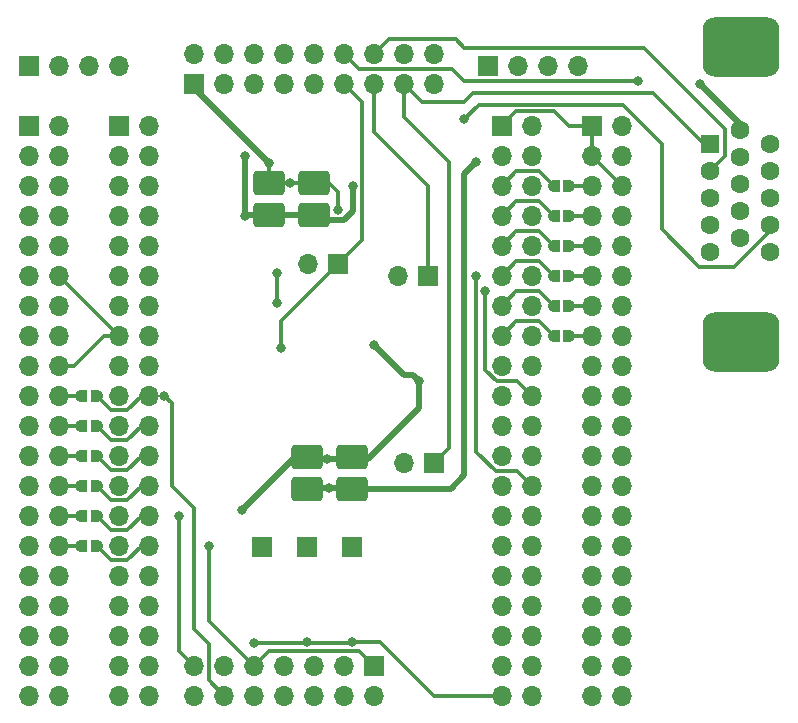
<source format=gbl>
G04 #@! TF.GenerationSoftware,KiCad,Pcbnew,8.0.8*
G04 #@! TF.CreationDate,2025-02-08T14:03:33+10:30*
G04 #@! TF.ProjectId,tt06-vga-interposer,74743036-2d76-4676-912d-696e74657270,rev?*
G04 #@! TF.SameCoordinates,Original*
G04 #@! TF.FileFunction,Copper,L2,Bot*
G04 #@! TF.FilePolarity,Positive*
%FSLAX46Y46*%
G04 Gerber Fmt 4.6, Leading zero omitted, Abs format (unit mm)*
G04 Created by KiCad (PCBNEW 8.0.8) date 2025-02-08 14:03:33*
%MOMM*%
%LPD*%
G01*
G04 APERTURE LIST*
G04 Aperture macros list*
%AMRoundRect*
0 Rectangle with rounded corners*
0 $1 Rounding radius*
0 $2 $3 $4 $5 $6 $7 $8 $9 X,Y pos of 4 corners*
0 Add a 4 corners polygon primitive as box body*
4,1,4,$2,$3,$4,$5,$6,$7,$8,$9,$2,$3,0*
0 Add four circle primitives for the rounded corners*
1,1,$1+$1,$2,$3*
1,1,$1+$1,$4,$5*
1,1,$1+$1,$6,$7*
1,1,$1+$1,$8,$9*
0 Add four rect primitives between the rounded corners*
20,1,$1+$1,$2,$3,$4,$5,0*
20,1,$1+$1,$4,$5,$6,$7,0*
20,1,$1+$1,$6,$7,$8,$9,0*
20,1,$1+$1,$8,$9,$2,$3,0*%
%AMFreePoly0*
4,1,17,-0.500000,0.000000,-0.488573,0.106283,-0.438839,0.239624,-0.353553,0.353553,-0.239624,0.438839,-0.106283,0.488573,0.000000,0.500000,0.500000,0.500000,0.500000,-0.500000,0.000000,-0.500000,-0.106283,-0.488573,-0.239624,-0.438839,-0.353553,-0.353553,-0.438839,-0.239624,-0.488573,-0.106283,-0.500000,0.000000,-0.500000,0.000000,-0.500000,0.000000,$1*%
%AMFreePoly1*
4,1,16,-0.500000,0.500000,0.000000,0.500000,0.106283,0.488573,0.239624,0.438839,0.353553,0.353553,0.438839,0.239624,0.488573,0.106283,0.500000,0.000000,0.488573,-0.106283,0.438839,-0.239624,0.353553,-0.353553,0.239624,-0.438839,0.106283,-0.488573,0.000000,-0.500000,-0.500000,-0.500000,-0.500000,0.500000,-0.500000,0.500000,$1*%
G04 Aperture macros list end*
G04 #@! TA.AperFunction,ComponentPad*
%ADD10R,1.700000X1.700000*%
G04 #@! TD*
G04 #@! TA.AperFunction,ComponentPad*
%ADD11O,1.700000X1.700000*%
G04 #@! TD*
G04 #@! TA.AperFunction,ComponentPad*
%ADD12RoundRect,1.000000X2.250000X-1.500000X2.250000X1.500000X-2.250000X1.500000X-2.250000X-1.500000X0*%
G04 #@! TD*
G04 #@! TA.AperFunction,ComponentPad*
%ADD13R,1.600000X1.600000*%
G04 #@! TD*
G04 #@! TA.AperFunction,ComponentPad*
%ADD14C,1.600000*%
G04 #@! TD*
G04 #@! TA.AperFunction,SMDPad,CuDef*
%ADD15FreePoly0,0.000000*%
G04 #@! TD*
G04 #@! TA.AperFunction,SMDPad,CuDef*
%ADD16FreePoly1,0.000000*%
G04 #@! TD*
G04 #@! TA.AperFunction,SMDPad,CuDef*
%ADD17RoundRect,0.396226X0.953774X-0.653774X0.953774X0.653774X-0.953774X0.653774X-0.953774X-0.653774X0*%
G04 #@! TD*
G04 #@! TA.AperFunction,ViaPad*
%ADD18C,0.800000*%
G04 #@! TD*
G04 #@! TA.AperFunction,Conductor*
%ADD19C,0.500000*%
G04 #@! TD*
G04 #@! TA.AperFunction,Conductor*
%ADD20C,0.350000*%
G04 #@! TD*
G04 APERTURE END LIST*
D10*
X99060000Y-84836000D03*
X109347000Y-61849000D03*
D11*
X106807000Y-61849000D03*
D10*
X75565000Y-44069000D03*
D11*
X78105000Y-44069000D03*
X80645000Y-44069000D03*
X83185000Y-44069000D03*
D10*
X104780000Y-94869000D03*
D11*
X104780000Y-97409000D03*
X102240000Y-94869000D03*
X102240000Y-97409000D03*
X99700000Y-94869000D03*
X99700000Y-97409000D03*
X97160000Y-94869000D03*
X97160000Y-97409000D03*
X94620000Y-94869000D03*
X94620000Y-97409000D03*
X92080000Y-94869000D03*
X92080000Y-97409000D03*
X89540000Y-94869000D03*
X89540000Y-97409000D03*
D10*
X101727000Y-60833000D03*
D11*
X99187000Y-60833000D03*
D10*
X89535000Y-45593000D03*
D11*
X89535000Y-43053000D03*
X92075000Y-45593000D03*
X92075000Y-43053000D03*
X94615000Y-45593000D03*
X94615000Y-43053000D03*
X97155000Y-45593000D03*
X97155000Y-43053000D03*
X99695000Y-45593000D03*
X99695000Y-43053000D03*
X102235000Y-45593000D03*
X102235000Y-43053000D03*
X104775000Y-45593000D03*
X104775000Y-43053000D03*
X107315000Y-45593000D03*
X107315000Y-43053000D03*
X109855000Y-45593000D03*
X109855000Y-43053000D03*
D10*
X102870000Y-84836000D03*
X114427000Y-44069000D03*
D11*
X116967000Y-44069000D03*
X119507000Y-44069000D03*
X122047000Y-44069000D03*
D10*
X123185000Y-49149000D03*
D11*
X125725000Y-49149000D03*
X123185000Y-51689000D03*
X125725000Y-51689000D03*
X123185000Y-54229000D03*
X125725000Y-54229000D03*
X123185000Y-56769000D03*
X125725000Y-56769000D03*
X123185000Y-59309000D03*
X125725000Y-59309000D03*
X123185000Y-61849000D03*
X125725000Y-61849000D03*
X123185000Y-64389000D03*
X125725000Y-64389000D03*
X123185000Y-66929000D03*
X125725000Y-66929000D03*
X123185000Y-69469000D03*
X125725000Y-69469000D03*
X123185000Y-72009000D03*
X125725000Y-72009000D03*
X123185000Y-74549000D03*
X125725000Y-74549000D03*
X123185000Y-77089000D03*
X125725000Y-77089000D03*
X123185000Y-79629000D03*
X125725000Y-79629000D03*
X123185000Y-82169000D03*
X125725000Y-82169000D03*
X123185000Y-84709000D03*
X125725000Y-84709000D03*
X123185000Y-87249000D03*
X125725000Y-87249000D03*
X123185000Y-89789000D03*
X125725000Y-89789000D03*
X123185000Y-92329000D03*
X125725000Y-92329000D03*
X123185000Y-94869000D03*
X125725000Y-94869000D03*
X123185000Y-97409000D03*
X125725000Y-97409000D03*
D10*
X83185000Y-49149000D03*
D11*
X85725000Y-49149000D03*
X83185000Y-51689000D03*
X85725000Y-51689000D03*
X83185000Y-54229000D03*
X85725000Y-54229000D03*
X83185000Y-56769000D03*
X85725000Y-56769000D03*
X83185000Y-59309000D03*
X85725000Y-59309000D03*
X83185000Y-61849000D03*
X85725000Y-61849000D03*
X83185000Y-64389000D03*
X85725000Y-64389000D03*
X83185000Y-66929000D03*
X85725000Y-66929000D03*
X83185000Y-69469000D03*
X85725000Y-69469000D03*
X83185000Y-72009000D03*
X85725000Y-72009000D03*
X83185000Y-74549000D03*
X85725000Y-74549000D03*
X83185000Y-77089000D03*
X85725000Y-77089000D03*
X83185000Y-79629000D03*
X85725000Y-79629000D03*
X83185000Y-82169000D03*
X85725000Y-82169000D03*
X83185000Y-84709000D03*
X85725000Y-84709000D03*
X83185000Y-87249000D03*
X85725000Y-87249000D03*
X83185000Y-89789000D03*
X85725000Y-89789000D03*
X83185000Y-92329000D03*
X85725000Y-92329000D03*
X83185000Y-94869000D03*
X85725000Y-94869000D03*
X83185000Y-97409000D03*
X85725000Y-97409000D03*
D10*
X109855000Y-77724000D03*
D11*
X107315000Y-77724000D03*
D10*
X95250000Y-84836000D03*
D12*
X135833000Y-67474000D03*
X135833000Y-42474000D03*
D13*
X133223000Y-50659000D03*
D14*
X133223000Y-52949000D03*
X133223000Y-55239000D03*
X133223000Y-57529000D03*
X133223000Y-59819000D03*
X135763000Y-49514000D03*
X135763000Y-51804000D03*
X135763000Y-54094000D03*
X135763000Y-56384000D03*
X135763000Y-58674000D03*
X138303000Y-50659000D03*
X138303000Y-52949000D03*
X138303000Y-55239000D03*
X138303000Y-57529000D03*
X138303000Y-59819000D03*
D15*
X79995000Y-82169000D03*
D16*
X81295000Y-82169000D03*
D15*
X79995000Y-72009000D03*
D16*
X81295000Y-72009000D03*
D15*
X120000000Y-61849000D03*
D16*
X121300000Y-61849000D03*
D15*
X120000000Y-56769000D03*
D16*
X121300000Y-56769000D03*
D17*
X95917000Y-56675000D03*
X95917000Y-53975000D03*
D15*
X79995000Y-77089000D03*
D16*
X81295000Y-77089000D03*
D15*
X120000000Y-66929000D03*
D16*
X121300000Y-66929000D03*
D10*
X115565000Y-49149000D03*
D11*
X118105000Y-49149000D03*
X115565000Y-51689000D03*
X118105000Y-51689000D03*
X115565000Y-54229000D03*
X118105000Y-54229000D03*
X115565000Y-56769000D03*
X118105000Y-56769000D03*
X115565000Y-59309000D03*
X118105000Y-59309000D03*
X115565000Y-61849000D03*
X118105000Y-61849000D03*
X115565000Y-64389000D03*
X118105000Y-64389000D03*
X115565000Y-66929000D03*
X118105000Y-66929000D03*
X115565000Y-69469000D03*
X118105000Y-69469000D03*
X115565000Y-72009000D03*
X118105000Y-72009000D03*
X115565000Y-74549000D03*
X118105000Y-74549000D03*
X115565000Y-77089000D03*
X118105000Y-77089000D03*
X115565000Y-79629000D03*
X118105000Y-79629000D03*
X115565000Y-82169000D03*
X118105000Y-82169000D03*
X115565000Y-84709000D03*
X118105000Y-84709000D03*
X115565000Y-87249000D03*
X118105000Y-87249000D03*
X115565000Y-89789000D03*
X118105000Y-89789000D03*
X115565000Y-92329000D03*
X118105000Y-92329000D03*
X115565000Y-94869000D03*
X118105000Y-94869000D03*
X115565000Y-97409000D03*
X118105000Y-97409000D03*
D15*
X120000000Y-59309000D03*
D16*
X121300000Y-59309000D03*
D15*
X120000000Y-54229000D03*
D16*
X121300000Y-54229000D03*
D15*
X79995000Y-84709000D03*
D16*
X81295000Y-84709000D03*
D15*
X120000000Y-64389000D03*
D16*
X121300000Y-64389000D03*
D15*
X79995000Y-79629000D03*
D16*
X81295000Y-79629000D03*
D17*
X102870000Y-79864000D03*
X102870000Y-77164000D03*
X99060000Y-79864000D03*
X99060000Y-77164000D03*
D10*
X75565000Y-49149000D03*
D11*
X78105000Y-49149000D03*
X75565000Y-51689000D03*
X78105000Y-51689000D03*
X75565000Y-54229000D03*
X78105000Y-54229000D03*
X75565000Y-56769000D03*
X78105000Y-56769000D03*
X75565000Y-59309000D03*
X78105000Y-59309000D03*
X75565000Y-61849000D03*
X78105000Y-61849000D03*
X75565000Y-64389000D03*
X78105000Y-64389000D03*
X75565000Y-66929000D03*
X78105000Y-66929000D03*
X75565000Y-69469000D03*
X78105000Y-69469000D03*
X75565000Y-72009000D03*
X78105000Y-72009000D03*
X75565000Y-74549000D03*
X78105000Y-74549000D03*
X75565000Y-77089000D03*
X78105000Y-77089000D03*
X75565000Y-79629000D03*
X78105000Y-79629000D03*
X75565000Y-82169000D03*
X78105000Y-82169000D03*
X75565000Y-84709000D03*
X78105000Y-84709000D03*
X75565000Y-87249000D03*
X78105000Y-87249000D03*
X75565000Y-89789000D03*
X78105000Y-89789000D03*
X75565000Y-92329000D03*
X78105000Y-92329000D03*
X75565000Y-94869000D03*
X78105000Y-94869000D03*
X75565000Y-97409000D03*
X78105000Y-97409000D03*
D17*
X99695000Y-56675000D03*
X99695000Y-53975000D03*
D15*
X79980000Y-74549000D03*
D16*
X81280000Y-74549000D03*
D18*
X96520000Y-64135000D03*
X96520000Y-61595000D03*
X97663000Y-53975000D03*
X99060000Y-92824000D03*
X108585000Y-70739000D03*
X102870000Y-92824000D03*
X132334000Y-45593000D03*
X100825000Y-77369269D03*
X101727000Y-56261000D03*
X95885000Y-52264000D03*
X94615000Y-92964000D03*
X93599000Y-81661000D03*
X104775000Y-67691000D03*
X102984000Y-54229000D03*
X93853000Y-56769000D03*
X100965000Y-79784000D03*
X113411000Y-52197000D03*
X93853000Y-51689000D03*
X127127000Y-45339000D03*
X96901000Y-67945000D03*
X112396260Y-48611180D03*
X113411000Y-61849000D03*
X114186000Y-63119000D03*
X88265000Y-82169000D03*
X90805000Y-84709000D03*
X86995000Y-72009000D03*
D19*
X100170000Y-57150000D02*
X99695000Y-56675000D01*
X102235000Y-57150000D02*
X100170000Y-57150000D01*
X102984000Y-54229000D02*
X102984000Y-56401000D01*
X102984000Y-56401000D02*
X102235000Y-57150000D01*
X111271000Y-79864000D02*
X102870000Y-79864000D01*
X112395000Y-78740000D02*
X111271000Y-79864000D01*
X112395000Y-53213000D02*
X112395000Y-78740000D01*
X113411000Y-52197000D02*
X112395000Y-53213000D01*
D20*
X111125000Y-52197000D02*
X111125000Y-76454000D01*
X111125000Y-76454000D02*
X109855000Y-77724000D01*
X107315000Y-45593000D02*
X107315000Y-48387000D01*
X107315000Y-48387000D02*
X111125000Y-52197000D01*
D19*
X89535000Y-45914000D02*
X95885000Y-52264000D01*
X89535000Y-45593000D02*
X89535000Y-45914000D01*
D20*
X96520000Y-61595000D02*
X96520000Y-64135000D01*
D19*
X108077000Y-70231000D02*
X107315000Y-70231000D01*
D20*
X119992500Y-47901500D02*
X121262500Y-49171500D01*
X81915000Y-66929000D02*
X83185000Y-66929000D01*
D19*
X100825000Y-77369269D02*
X99265269Y-77369269D01*
D20*
X98920000Y-92964000D02*
X99060000Y-92824000D01*
D19*
X97890731Y-77369269D02*
X100825000Y-77369269D01*
D20*
X105270000Y-92824000D02*
X109855000Y-97409000D01*
X102870000Y-92824000D02*
X102730000Y-92964000D01*
D19*
X99265269Y-77369269D02*
X99060000Y-77164000D01*
D20*
X101727000Y-54737000D02*
X100965000Y-53975000D01*
D19*
X108585000Y-70739000D02*
X108585000Y-73025000D01*
X93599000Y-81661000D02*
X97890731Y-77369269D01*
D20*
X79375000Y-69469000D02*
X81915000Y-66929000D01*
X123185000Y-49149000D02*
X123185000Y-51689000D01*
D19*
X107315000Y-70231000D02*
X104775000Y-67691000D01*
D20*
X78105000Y-69469000D02*
X79375000Y-69469000D01*
D19*
X102664731Y-77369269D02*
X102870000Y-77164000D01*
D20*
X109855000Y-97409000D02*
X115565000Y-97409000D01*
X116817500Y-47901500D02*
X119992500Y-47901500D01*
D19*
X132334000Y-45593000D02*
X135763000Y-49022000D01*
X108585000Y-70739000D02*
X108077000Y-70231000D01*
D20*
X94615000Y-92964000D02*
X98920000Y-92964000D01*
X95885000Y-53943000D02*
X95917000Y-53975000D01*
X95885000Y-52264000D02*
X95885000Y-53943000D01*
X97663000Y-53975000D02*
X99695000Y-53975000D01*
D19*
X104240731Y-77369269D02*
X100825000Y-77369269D01*
D20*
X115547500Y-49171500D02*
X116817500Y-47901500D01*
X123185000Y-51689000D02*
X125725000Y-54229000D01*
X78105000Y-61849000D02*
X83185000Y-66929000D01*
D19*
X100825000Y-77369269D02*
X102664731Y-77369269D01*
D20*
X121262500Y-49171500D02*
X123167500Y-49171500D01*
X100965000Y-53975000D02*
X99695000Y-53975000D01*
X99200000Y-92964000D02*
X99060000Y-92824000D01*
D19*
X108585000Y-73025000D02*
X104240731Y-77369269D01*
D20*
X97663000Y-53975000D02*
X95917000Y-53975000D01*
X102870000Y-92824000D02*
X105270000Y-92824000D01*
X101727000Y-56261000D02*
X101727000Y-54737000D01*
X102730000Y-92964000D02*
X99200000Y-92964000D01*
D19*
X135763000Y-49022000D02*
X135763000Y-49514000D01*
X95917000Y-56675000D02*
X93947000Y-56675000D01*
X95917000Y-56675000D02*
X99695000Y-56675000D01*
X100965000Y-79784000D02*
X102790000Y-79784000D01*
X99140000Y-79784000D02*
X99060000Y-79864000D01*
X93947000Y-56675000D02*
X93853000Y-56769000D01*
X102790000Y-79784000D02*
X102870000Y-79864000D01*
X100965000Y-79784000D02*
X99140000Y-79784000D01*
X93853000Y-51689000D02*
X93853000Y-56769000D01*
D20*
X112395000Y-47117000D02*
X113157000Y-46355000D01*
X107315000Y-45593000D02*
X108839000Y-47117000D01*
X132701000Y-50659000D02*
X133223000Y-50659000D01*
X113157000Y-46355000D02*
X128397000Y-46355000D01*
X128397000Y-46355000D02*
X132701000Y-50659000D01*
X108839000Y-47117000D02*
X112395000Y-47117000D01*
X111379000Y-44323000D02*
X103505000Y-44323000D01*
X96901000Y-67945000D02*
X96901000Y-65659000D01*
X103759000Y-47117000D02*
X102235000Y-45593000D01*
X96901000Y-65659000D02*
X101727000Y-60833000D01*
X103759000Y-58801000D02*
X103759000Y-47117000D01*
X103505000Y-44323000D02*
X102235000Y-43053000D01*
X127127000Y-45339000D02*
X112395000Y-45339000D01*
X101727000Y-60833000D02*
X103759000Y-58801000D01*
X112395000Y-45339000D02*
X111379000Y-44323000D01*
X109347000Y-61849000D02*
X109347000Y-54229000D01*
X134493000Y-51679000D02*
X133223000Y-52949000D01*
X111678000Y-41828000D02*
X112395000Y-42545000D01*
X109347000Y-54229000D02*
X104775000Y-49657000D01*
X134493000Y-49440299D02*
X134493000Y-51679000D01*
X104775000Y-49657000D02*
X104775000Y-45593000D01*
X106000000Y-41828000D02*
X111678000Y-41828000D01*
X127597701Y-42545000D02*
X134493000Y-49440299D01*
X112395000Y-42545000D02*
X127597701Y-42545000D01*
X104775000Y-43053000D02*
X106000000Y-41828000D01*
X113655940Y-47351500D02*
X125837500Y-47351500D01*
X138303000Y-58039000D02*
X138303000Y-57529000D01*
X135255000Y-61087000D02*
X138303000Y-58039000D01*
X125837500Y-47351500D02*
X129159000Y-50673000D01*
X132321299Y-61087000D02*
X135255000Y-61087000D01*
X129159000Y-57924701D02*
X132321299Y-61087000D01*
X112396260Y-48611180D02*
X113655940Y-47351500D01*
X129159000Y-50673000D02*
X129159000Y-57924701D01*
X113411000Y-76757412D02*
X115057588Y-78404000D01*
X115057588Y-78404000D02*
X116880000Y-78404000D01*
X113411000Y-61849000D02*
X113411000Y-76757412D01*
X116880000Y-78404000D02*
X118105000Y-79629000D01*
X116880000Y-70784000D02*
X118105000Y-72009000D01*
X115147588Y-70784000D02*
X116880000Y-70784000D01*
X114186000Y-63119000D02*
X114186000Y-69822412D01*
X114186000Y-69822412D02*
X115147588Y-70784000D01*
X79995000Y-84709000D02*
X78105000Y-84709000D01*
X79995000Y-74549000D02*
X78105000Y-74549000D01*
X79995000Y-79629000D02*
X78105000Y-79629000D01*
X79995000Y-77089000D02*
X78105000Y-77089000D01*
X79995000Y-72009000D02*
X78105000Y-72009000D01*
X79995000Y-82169000D02*
X78105000Y-82169000D01*
X115565000Y-56769000D02*
X116790000Y-55544000D01*
X118775000Y-55544000D02*
X120000000Y-56769000D01*
X116790000Y-55544000D02*
X118775000Y-55544000D01*
X115565000Y-66929000D02*
X116790000Y-65704000D01*
X116790000Y-65704000D02*
X118775000Y-65704000D01*
X118775000Y-65704000D02*
X120000000Y-66929000D01*
X115565000Y-59309000D02*
X116790000Y-58084000D01*
X118775000Y-58084000D02*
X120000000Y-59309000D01*
X116790000Y-58084000D02*
X118775000Y-58084000D01*
X118775000Y-60624000D02*
X120000000Y-61849000D01*
X116790000Y-60624000D02*
X118775000Y-60624000D01*
X115565000Y-61849000D02*
X116790000Y-60624000D01*
X118775000Y-53004000D02*
X120000000Y-54229000D01*
X116790000Y-53004000D02*
X118775000Y-53004000D01*
X115565000Y-54229000D02*
X116790000Y-53004000D01*
X116790000Y-63164000D02*
X118775000Y-63164000D01*
X115565000Y-64389000D02*
X116790000Y-63164000D01*
X118775000Y-63164000D02*
X120000000Y-64389000D01*
X85090000Y-79629000D02*
X83865000Y-80854000D01*
X83865000Y-80854000D02*
X82520000Y-80854000D01*
X82520000Y-80854000D02*
X81295000Y-79629000D01*
X85725000Y-79629000D02*
X85090000Y-79629000D01*
X85725000Y-82169000D02*
X85090000Y-82169000D01*
X88265000Y-82169000D02*
X88265000Y-93594000D01*
X82520000Y-83394000D02*
X81295000Y-82169000D01*
X83865000Y-83394000D02*
X82520000Y-83394000D01*
X85090000Y-82169000D02*
X83865000Y-83394000D01*
X88265000Y-93594000D02*
X89540000Y-94869000D01*
X90805000Y-84709000D02*
X90805000Y-91056500D01*
X85725000Y-84709000D02*
X85090000Y-84709000D01*
X90805000Y-91056500D02*
X94617500Y-94869000D01*
X82520000Y-85934000D02*
X81295000Y-84709000D01*
X85090000Y-84709000D02*
X83865000Y-85934000D01*
X83865000Y-85934000D02*
X82520000Y-85934000D01*
X94620000Y-94869000D02*
X95890000Y-93599000D01*
X94617500Y-94869000D02*
X94620000Y-94869000D01*
X95890000Y-93599000D02*
X103510000Y-93599000D01*
X103510000Y-93599000D02*
X104780000Y-94869000D01*
X90765000Y-93007794D02*
X90765000Y-96094000D01*
X86995000Y-72009000D02*
X87630000Y-72644000D01*
X87630000Y-72644000D02*
X87630000Y-79629000D01*
X87630000Y-79629000D02*
X89535000Y-81534000D01*
X85725000Y-72009000D02*
X85090000Y-72009000D01*
X82520000Y-73234000D02*
X81295000Y-72009000D01*
X89535000Y-81534000D02*
X89535000Y-91777794D01*
X83865000Y-73234000D02*
X82520000Y-73234000D01*
X90765000Y-96094000D02*
X92080000Y-97409000D01*
X85090000Y-72009000D02*
X83865000Y-73234000D01*
X89535000Y-91777794D02*
X90765000Y-93007794D01*
X83865000Y-75774000D02*
X82520000Y-75774000D01*
X82520000Y-75774000D02*
X81295000Y-74549000D01*
X85090000Y-74549000D02*
X83865000Y-75774000D01*
X85725000Y-74549000D02*
X85090000Y-74549000D01*
X83865000Y-78314000D02*
X82520000Y-78314000D01*
X82520000Y-78314000D02*
X81295000Y-77089000D01*
X85090000Y-77089000D02*
X83865000Y-78314000D01*
X85725000Y-77089000D02*
X85090000Y-77089000D01*
X121300000Y-56769000D02*
X123185000Y-56769000D01*
X121300000Y-61849000D02*
X123185000Y-61849000D01*
X121300000Y-66929000D02*
X123185000Y-66929000D01*
X121300000Y-59309000D02*
X123185000Y-59309000D01*
X121300000Y-64389000D02*
X123185000Y-64389000D01*
X121300000Y-54229000D02*
X123185000Y-54229000D01*
M02*

</source>
